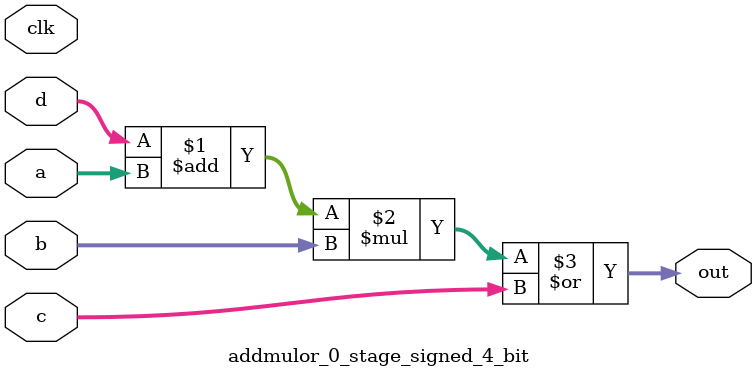
<source format=sv>
(* use_dsp = "yes" *) module addmulor_0_stage_signed_4_bit(
	input signed [3:0] a,
	input signed [3:0] b,
	input signed [3:0] c,
	input signed [3:0] d,
	output [3:0] out,
	input clk);

	assign out = ((d + a) * b) | c;
endmodule

</source>
